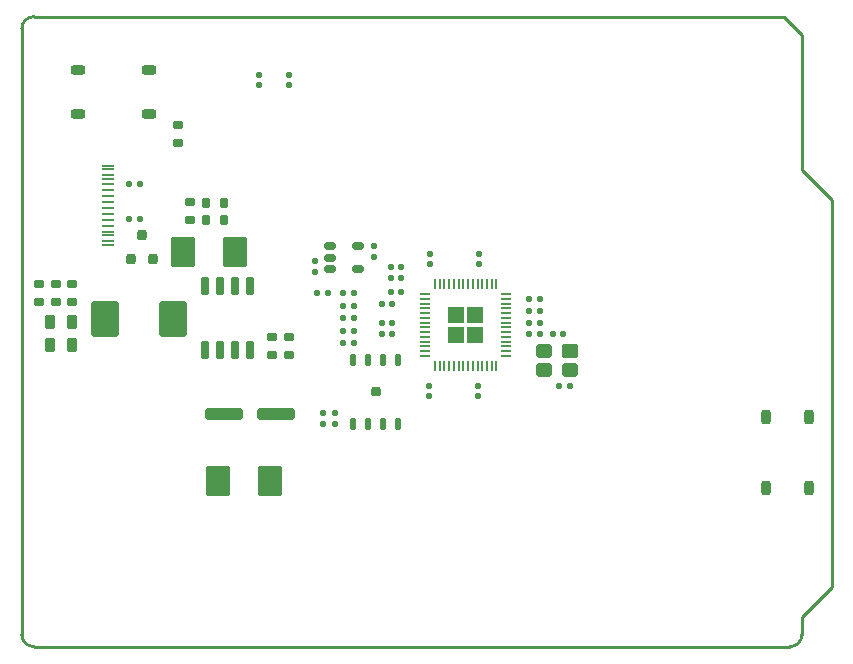
<source format=gtp>
G04*
G04 #@! TF.GenerationSoftware,Altium Limited,Altium Designer,21.1.1 (26)*
G04*
G04 Layer_Color=12040119*
%FSAX44Y44*%
%MOMM*%
G71*
G04*
G04 #@! TF.SameCoordinates,378EE943-C238-4E8C-B66D-7123103E1C21*
G04*
G04*
G04 #@! TF.FilePolarity,Positive*
G04*
G01*
G75*
%ADD17C,0.2540*%
G04:AMPARAMS|DCode=18|XSize=2mm|YSize=2.6mm|CornerRadius=0.2mm|HoleSize=0mm|Usage=FLASHONLY|Rotation=0.000|XOffset=0mm|YOffset=0mm|HoleType=Round|Shape=RoundedRectangle|*
%AMROUNDEDRECTD18*
21,1,2.0000,2.2000,0,0,0.0*
21,1,1.6000,2.6000,0,0,0.0*
1,1,0.4000,0.8000,-1.1000*
1,1,0.4000,-0.8000,-1.1000*
1,1,0.4000,-0.8000,1.1000*
1,1,0.4000,0.8000,1.1000*
%
%ADD18ROUNDEDRECTD18*%
G04:AMPARAMS|DCode=19|XSize=0.25mm|YSize=1mm|CornerRadius=0.0938mm|HoleSize=0mm|Usage=FLASHONLY|Rotation=270.000|XOffset=0mm|YOffset=0mm|HoleType=Round|Shape=RoundedRectangle|*
%AMROUNDEDRECTD19*
21,1,0.2500,0.8125,0,0,270.0*
21,1,0.0625,1.0000,0,0,270.0*
1,1,0.1875,-0.4063,-0.0313*
1,1,0.1875,-0.4063,0.0313*
1,1,0.1875,0.4063,0.0313*
1,1,0.1875,0.4063,-0.0313*
%
%ADD19ROUNDEDRECTD19*%
G04:AMPARAMS|DCode=20|XSize=0.8mm|YSize=0.9mm|CornerRadius=0.2mm|HoleSize=0mm|Usage=FLASHONLY|Rotation=0.000|XOffset=0mm|YOffset=0mm|HoleType=Round|Shape=RoundedRectangle|*
%AMROUNDEDRECTD20*
21,1,0.8000,0.5000,0,0,0.0*
21,1,0.4000,0.9000,0,0,0.0*
1,1,0.4000,0.2000,-0.2500*
1,1,0.4000,-0.2000,-0.2500*
1,1,0.4000,-0.2000,0.2500*
1,1,0.4000,0.2000,0.2500*
%
%ADD20ROUNDEDRECTD20*%
G04:AMPARAMS|DCode=21|XSize=0.75mm|YSize=0.8mm|CornerRadius=0.1875mm|HoleSize=0mm|Usage=FLASHONLY|Rotation=90.000|XOffset=0mm|YOffset=0mm|HoleType=Round|Shape=RoundedRectangle|*
%AMROUNDEDRECTD21*
21,1,0.7500,0.4250,0,0,90.0*
21,1,0.3750,0.8000,0,0,90.0*
1,1,0.3750,0.2125,0.1875*
1,1,0.3750,0.2125,-0.1875*
1,1,0.3750,-0.2125,-0.1875*
1,1,0.3750,-0.2125,0.1875*
%
%ADD21ROUNDEDRECTD21*%
G04:AMPARAMS|DCode=22|XSize=0.75mm|YSize=0.8mm|CornerRadius=0.1875mm|HoleSize=0mm|Usage=FLASHONLY|Rotation=180.000|XOffset=0mm|YOffset=0mm|HoleType=Round|Shape=RoundedRectangle|*
%AMROUNDEDRECTD22*
21,1,0.7500,0.4250,0,0,180.0*
21,1,0.3750,0.8000,0,0,180.0*
1,1,0.3750,-0.1875,0.2125*
1,1,0.3750,0.1875,0.2125*
1,1,0.3750,0.1875,-0.2125*
1,1,0.3750,-0.1875,-0.2125*
%
%ADD22ROUNDEDRECTD22*%
G04:AMPARAMS|DCode=23|XSize=3.05mm|YSize=2.4mm|CornerRadius=0.3mm|HoleSize=0mm|Usage=FLASHONLY|Rotation=270.000|XOffset=0mm|YOffset=0mm|HoleType=Round|Shape=RoundedRectangle|*
%AMROUNDEDRECTD23*
21,1,3.0500,1.8000,0,0,270.0*
21,1,2.4500,2.4000,0,0,270.0*
1,1,0.6000,-0.9000,-1.2250*
1,1,0.6000,-0.9000,1.2250*
1,1,0.6000,0.9000,1.2250*
1,1,0.6000,0.9000,-1.2250*
%
%ADD23ROUNDEDRECTD23*%
G04:AMPARAMS|DCode=24|XSize=1.6mm|YSize=0.6mm|CornerRadius=0.15mm|HoleSize=0mm|Usage=FLASHONLY|Rotation=90.000|XOffset=0mm|YOffset=0mm|HoleType=Round|Shape=RoundedRectangle|*
%AMROUNDEDRECTD24*
21,1,1.6000,0.3000,0,0,90.0*
21,1,1.3000,0.6000,0,0,90.0*
1,1,0.3000,0.1500,0.6500*
1,1,0.3000,0.1500,-0.6500*
1,1,0.3000,-0.1500,-0.6500*
1,1,0.3000,-0.1500,0.6500*
%
%ADD24ROUNDEDRECTD24*%
G04:AMPARAMS|DCode=25|XSize=0.85mm|YSize=1.25mm|CornerRadius=0.17mm|HoleSize=0mm|Usage=FLASHONLY|Rotation=0.000|XOffset=0mm|YOffset=0mm|HoleType=Round|Shape=RoundedRectangle|*
%AMROUNDEDRECTD25*
21,1,0.8500,0.9100,0,0,0.0*
21,1,0.5100,1.2500,0,0,0.0*
1,1,0.3400,0.2550,-0.4550*
1,1,0.3400,-0.2550,-0.4550*
1,1,0.3400,-0.2550,0.4550*
1,1,0.3400,0.2550,0.4550*
%
%ADD25ROUNDEDRECTD25*%
G04:AMPARAMS|DCode=26|XSize=3.2mm|YSize=1mm|CornerRadius=0.25mm|HoleSize=0mm|Usage=FLASHONLY|Rotation=0.000|XOffset=0mm|YOffset=0mm|HoleType=Round|Shape=RoundedRectangle|*
%AMROUNDEDRECTD26*
21,1,3.2000,0.5000,0,0,0.0*
21,1,2.7000,1.0000,0,0,0.0*
1,1,0.5000,1.3500,-0.2500*
1,1,0.5000,-1.3500,-0.2500*
1,1,0.5000,-1.3500,0.2500*
1,1,0.5000,1.3500,0.2500*
%
%ADD26ROUNDEDRECTD26*%
G04:AMPARAMS|DCode=27|XSize=0.5mm|YSize=0.5mm|CornerRadius=0.125mm|HoleSize=0mm|Usage=FLASHONLY|Rotation=90.000|XOffset=0mm|YOffset=0mm|HoleType=Round|Shape=RoundedRectangle|*
%AMROUNDEDRECTD27*
21,1,0.5000,0.2500,0,0,90.0*
21,1,0.2500,0.5000,0,0,90.0*
1,1,0.2500,0.1250,0.1250*
1,1,0.2500,0.1250,-0.1250*
1,1,0.2500,-0.1250,-0.1250*
1,1,0.2500,-0.1250,0.1250*
%
%ADD27ROUNDEDRECTD27*%
G04:AMPARAMS|DCode=28|XSize=0.6mm|YSize=1mm|CornerRadius=0.15mm|HoleSize=0mm|Usage=FLASHONLY|Rotation=90.000|XOffset=0mm|YOffset=0mm|HoleType=Round|Shape=RoundedRectangle|*
%AMROUNDEDRECTD28*
21,1,0.6000,0.7000,0,0,90.0*
21,1,0.3000,1.0000,0,0,90.0*
1,1,0.3000,0.3500,0.1500*
1,1,0.3000,0.3500,-0.1500*
1,1,0.3000,-0.3500,-0.1500*
1,1,0.3000,-0.3500,0.1500*
%
%ADD28ROUNDEDRECTD28*%
G04:AMPARAMS|DCode=29|XSize=0.5mm|YSize=0.5mm|CornerRadius=0.125mm|HoleSize=0mm|Usage=FLASHONLY|Rotation=180.000|XOffset=0mm|YOffset=0mm|HoleType=Round|Shape=RoundedRectangle|*
%AMROUNDEDRECTD29*
21,1,0.5000,0.2500,0,0,180.0*
21,1,0.2500,0.5000,0,0,180.0*
1,1,0.2500,-0.1250,0.1250*
1,1,0.2500,0.1250,0.1250*
1,1,0.2500,0.1250,-0.1250*
1,1,0.2500,-0.1250,-0.1250*
%
%ADD29ROUNDEDRECTD29*%
G04:AMPARAMS|DCode=30|XSize=0.45mm|YSize=0.5mm|CornerRadius=0.1125mm|HoleSize=0mm|Usage=FLASHONLY|Rotation=270.000|XOffset=0mm|YOffset=0mm|HoleType=Round|Shape=RoundedRectangle|*
%AMROUNDEDRECTD30*
21,1,0.4500,0.2750,0,0,270.0*
21,1,0.2250,0.5000,0,0,270.0*
1,1,0.2250,-0.1375,-0.1125*
1,1,0.2250,-0.1375,0.1125*
1,1,0.2250,0.1375,0.1125*
1,1,0.2250,0.1375,-0.1125*
%
%ADD30ROUNDEDRECTD30*%
G04:AMPARAMS|DCode=31|XSize=0.45mm|YSize=0.5mm|CornerRadius=0.1125mm|HoleSize=0mm|Usage=FLASHONLY|Rotation=0.000|XOffset=0mm|YOffset=0mm|HoleType=Round|Shape=RoundedRectangle|*
%AMROUNDEDRECTD31*
21,1,0.4500,0.2750,0,0,0.0*
21,1,0.2250,0.5000,0,0,0.0*
1,1,0.2250,0.1125,-0.1375*
1,1,0.2250,-0.1125,-0.1375*
1,1,0.2250,-0.1125,0.1375*
1,1,0.2250,0.1125,0.1375*
%
%ADD31ROUNDEDRECTD31*%
G04:AMPARAMS|DCode=32|XSize=0.2mm|YSize=0.8mm|CornerRadius=0.075mm|HoleSize=0mm|Usage=FLASHONLY|Rotation=90.000|XOffset=0mm|YOffset=0mm|HoleType=Round|Shape=RoundedRectangle|*
%AMROUNDEDRECTD32*
21,1,0.2000,0.6500,0,0,90.0*
21,1,0.0500,0.8000,0,0,90.0*
1,1,0.1500,0.3250,0.0250*
1,1,0.1500,0.3250,-0.0250*
1,1,0.1500,-0.3250,-0.0250*
1,1,0.1500,-0.3250,0.0250*
%
%ADD32ROUNDEDRECTD32*%
G04:AMPARAMS|DCode=33|XSize=0.8mm|YSize=0.2mm|CornerRadius=0.075mm|HoleSize=0mm|Usage=FLASHONLY|Rotation=90.000|XOffset=0mm|YOffset=0mm|HoleType=Round|Shape=RoundedRectangle|*
%AMROUNDEDRECTD33*
21,1,0.8000,0.0500,0,0,90.0*
21,1,0.6500,0.2000,0,0,90.0*
1,1,0.1500,0.0250,0.3250*
1,1,0.1500,0.0250,-0.3250*
1,1,0.1500,-0.0250,-0.3250*
1,1,0.1500,-0.0250,0.3250*
%
%ADD33ROUNDEDRECTD33*%
G04:AMPARAMS|DCode=34|XSize=1.4mm|YSize=1.15mm|CornerRadius=0.2875mm|HoleSize=0mm|Usage=FLASHONLY|Rotation=180.000|XOffset=0mm|YOffset=0mm|HoleType=Round|Shape=RoundedRectangle|*
%AMROUNDEDRECTD34*
21,1,1.4000,0.5750,0,0,180.0*
21,1,0.8250,1.1500,0,0,180.0*
1,1,0.5750,-0.4125,0.2875*
1,1,0.5750,0.4125,0.2875*
1,1,0.5750,0.4125,-0.2875*
1,1,0.5750,-0.4125,-0.2875*
%
%ADD34ROUNDEDRECTD34*%
G04:AMPARAMS|DCode=35|XSize=1.4mm|YSize=1.15mm|CornerRadius=0.115mm|HoleSize=0mm|Usage=FLASHONLY|Rotation=180.000|XOffset=0mm|YOffset=0mm|HoleType=Round|Shape=RoundedRectangle|*
%AMROUNDEDRECTD35*
21,1,1.4000,0.9200,0,0,180.0*
21,1,1.1700,1.1500,0,0,180.0*
1,1,0.2300,-0.5850,0.4600*
1,1,0.2300,0.5850,0.4600*
1,1,0.2300,0.5850,-0.4600*
1,1,0.2300,-0.5850,-0.4600*
%
%ADD35ROUNDEDRECTD35*%
G04:AMPARAMS|DCode=36|XSize=1mm|YSize=0.5mm|CornerRadius=0.125mm|HoleSize=0mm|Usage=FLASHONLY|Rotation=90.000|XOffset=0mm|YOffset=0mm|HoleType=Round|Shape=RoundedRectangle|*
%AMROUNDEDRECTD36*
21,1,1.0000,0.2500,0,0,90.0*
21,1,0.7500,0.5000,0,0,90.0*
1,1,0.2500,0.1250,0.3750*
1,1,0.2500,0.1250,-0.3750*
1,1,0.2500,-0.1250,-0.3750*
1,1,0.2500,-0.1250,0.3750*
%
%ADD36ROUNDEDRECTD36*%
G04:AMPARAMS|DCode=37|XSize=0.8mm|YSize=1.2mm|CornerRadius=0.2mm|HoleSize=0mm|Usage=FLASHONLY|Rotation=0.000|XOffset=0mm|YOffset=0mm|HoleType=Round|Shape=RoundedRectangle|*
%AMROUNDEDRECTD37*
21,1,0.8000,0.8000,0,0,0.0*
21,1,0.4000,1.2000,0,0,0.0*
1,1,0.4000,0.2000,-0.4000*
1,1,0.4000,-0.2000,-0.4000*
1,1,0.4000,-0.2000,0.4000*
1,1,0.4000,0.2000,0.4000*
%
%ADD37ROUNDEDRECTD37*%
G04:AMPARAMS|DCode=38|XSize=0.8mm|YSize=1.2mm|CornerRadius=0.2mm|HoleSize=0mm|Usage=FLASHONLY|Rotation=270.000|XOffset=0mm|YOffset=0mm|HoleType=Round|Shape=RoundedRectangle|*
%AMROUNDEDRECTD38*
21,1,0.8000,0.8000,0,0,270.0*
21,1,0.4000,1.2000,0,0,270.0*
1,1,0.4000,-0.4000,-0.2000*
1,1,0.4000,-0.4000,0.2000*
1,1,0.4000,0.4000,0.2000*
1,1,0.4000,0.4000,-0.2000*
%
%ADD38ROUNDEDRECTD38*%
G36*
X00391000Y00274000D02*
X00377500D01*
Y00287500D01*
X00391000D01*
Y00274000D01*
D02*
G37*
G36*
X00374500D02*
X00361000D01*
Y00287500D01*
X00374500D01*
Y00274000D01*
D02*
G37*
G36*
X00391000Y00257500D02*
X00377500D01*
Y00271000D01*
X00391000D01*
Y00257500D01*
D02*
G37*
G36*
X00374500D02*
X00361000D01*
Y00271000D01*
X00374500D01*
Y00257500D01*
D02*
G37*
G36*
X00303133Y00219695D02*
X00303696Y00219133D01*
X00304000Y00218398D01*
Y00218000D01*
Y00214000D01*
Y00213602D01*
X00303696Y00212867D01*
X00303133Y00212304D01*
X00302398Y00212000D01*
X00297602D01*
X00296867Y00212304D01*
X00296304Y00212867D01*
X00296000Y00213602D01*
Y00214000D01*
Y00218000D01*
Y00218398D01*
X00296304Y00219133D01*
X00296867Y00219695D01*
X00297602Y00220000D01*
X00302398D01*
X00303133Y00219695D01*
D02*
G37*
D17*
X00000173Y00010333D02*
G03*
X00010333Y00000173I00010160J00000000D01*
G01*
Y00533573D02*
G03*
X00000173Y00523667I-00000127J-00010033D01*
G01*
X00650667Y00000173D02*
G03*
X00660573Y00010333I-00000127J00010033D01*
G01*
X00010333Y00000173D02*
X00650667D01*
X00000173Y00010333D02*
Y00523667D01*
X00010333Y00533573D02*
X00645333D01*
X00660573Y00010333D02*
Y00025573D01*
X00685973Y00050973D01*
Y00378633D01*
X00660573Y00404033D02*
X00685973Y00378633D01*
X00660573Y00404033D02*
Y00518333D01*
X00645333Y00533573D02*
X00660573Y00518333D01*
D18*
X00136500Y00334500D02*
D03*
X00180500D02*
D03*
X00210000Y00140500D02*
D03*
X00166000D02*
D03*
D19*
X00073000Y00407499D02*
D03*
Y00399499D02*
D03*
Y00386499D02*
D03*
Y00376499D02*
D03*
Y00371499D02*
D03*
X00073000Y00361499D02*
D03*
Y00348499D02*
D03*
Y00340499D02*
D03*
X00073000Y00351499D02*
D03*
Y00356499D02*
D03*
X00073000Y00366499D02*
D03*
X00073000Y00381499D02*
D03*
Y00391499D02*
D03*
X00073000Y00396499D02*
D03*
X00073000Y00404499D02*
D03*
X00073000Y00343499D02*
D03*
D20*
X00102000Y00349000D02*
D03*
X00111500Y00328000D02*
D03*
X00092500Y00328000D02*
D03*
D21*
X00142500Y00361500D02*
D03*
Y00376500D02*
D03*
X00029000Y00292000D02*
D03*
Y00307000D02*
D03*
X00043000D02*
D03*
Y00292000D02*
D03*
X00212000Y00262000D02*
D03*
Y00247000D02*
D03*
X00226000Y00262000D02*
D03*
Y00247000D02*
D03*
X00015000Y00307000D02*
D03*
Y00292000D02*
D03*
X00132000Y00441500D02*
D03*
X00132000Y00426500D02*
D03*
D22*
X00156500Y00375500D02*
D03*
X00171500D02*
D03*
Y00361500D02*
D03*
X00156500D02*
D03*
D23*
X00127750Y00278000D02*
D03*
X00070250D02*
D03*
D24*
X00155450Y00251500D02*
D03*
X00168150D02*
D03*
X00180850D02*
D03*
X00193550D02*
D03*
Y00305500D02*
D03*
X00180850D02*
D03*
X00168150D02*
D03*
X00155450D02*
D03*
D25*
X00024000Y00275000D02*
D03*
X00043000D02*
D03*
X00024000Y00256000D02*
D03*
X00043000D02*
D03*
D26*
X00215500Y00197000D02*
D03*
X00171500D02*
D03*
D27*
X00248000Y00326500D02*
D03*
Y00317500D02*
D03*
X00298500Y00339000D02*
D03*
Y00330000D02*
D03*
X00386000Y00212000D02*
D03*
Y00221000D02*
D03*
X00387500Y00333000D02*
D03*
Y00324000D02*
D03*
X00346000Y00333000D02*
D03*
Y00324000D02*
D03*
X00344500Y00212000D02*
D03*
Y00221000D02*
D03*
X00255000Y00198000D02*
D03*
Y00189000D02*
D03*
X00265000Y00198000D02*
D03*
Y00189000D02*
D03*
D28*
X00261000Y00329500D02*
D03*
Y00339000D02*
D03*
X00285000Y00320000D02*
D03*
X00261000D02*
D03*
X00285000Y00339000D02*
D03*
D29*
X00100000Y00392000D02*
D03*
X00091000D02*
D03*
X00100000Y00362000D02*
D03*
X00091000D02*
D03*
X00272000Y00278500D02*
D03*
X00281000D02*
D03*
X00272000Y00267500D02*
D03*
X00281000D02*
D03*
X00281000Y00289000D02*
D03*
X00272000D02*
D03*
X00458500Y00264500D02*
D03*
X00449500D02*
D03*
X00438500Y00274500D02*
D03*
X00429500D02*
D03*
X00438500Y00264500D02*
D03*
X00429500D02*
D03*
Y00294500D02*
D03*
X00438500D02*
D03*
X00438500Y00284500D02*
D03*
X00429500D02*
D03*
X00464000Y00221000D02*
D03*
X00455000D02*
D03*
X00312500Y00312000D02*
D03*
X00321500D02*
D03*
X00305000Y00290500D02*
D03*
X00314000D02*
D03*
X00312500Y00300500D02*
D03*
X00321500D02*
D03*
X00305000Y00274500D02*
D03*
X00314000D02*
D03*
X00305000Y00264500D02*
D03*
X00314000D02*
D03*
X00321500Y00322000D02*
D03*
X00312500D02*
D03*
X00272000Y00257500D02*
D03*
X00281000D02*
D03*
D30*
X00201000Y00484500D02*
D03*
Y00475500D02*
D03*
X00226500Y00484500D02*
D03*
Y00475500D02*
D03*
D31*
X00250000Y00300000D02*
D03*
X00259000D02*
D03*
X00272000D02*
D03*
X00281000D02*
D03*
D32*
X00410350Y00246500D02*
D03*
Y00250500D02*
D03*
Y00254500D02*
D03*
Y00258500D02*
D03*
Y00262500D02*
D03*
Y00266500D02*
D03*
Y00270500D02*
D03*
Y00274500D02*
D03*
Y00278500D02*
D03*
Y00282500D02*
D03*
Y00286500D02*
D03*
Y00290500D02*
D03*
Y00294500D02*
D03*
Y00298500D02*
D03*
X00341650D02*
D03*
Y00294500D02*
D03*
Y00290500D02*
D03*
Y00286500D02*
D03*
Y00282500D02*
D03*
Y00278500D02*
D03*
Y00274500D02*
D03*
Y00270500D02*
D03*
Y00266500D02*
D03*
Y00262500D02*
D03*
Y00258500D02*
D03*
Y00254500D02*
D03*
Y00250500D02*
D03*
Y00246500D02*
D03*
D33*
X00350000Y00238150D02*
D03*
X00354000D02*
D03*
X00358000D02*
D03*
X00362000D02*
D03*
X00366000D02*
D03*
X00370000D02*
D03*
X00374000D02*
D03*
X00378000D02*
D03*
X00382000D02*
D03*
X00386000D02*
D03*
X00390000D02*
D03*
X00394000D02*
D03*
X00398000D02*
D03*
X00402000D02*
D03*
Y00306850D02*
D03*
X00398000D02*
D03*
X00394000D02*
D03*
X00390000D02*
D03*
X00386000D02*
D03*
X00382000D02*
D03*
X00378000D02*
D03*
X00374000D02*
D03*
X00370000D02*
D03*
X00366000D02*
D03*
X00362000D02*
D03*
X00358000D02*
D03*
X00354000D02*
D03*
X00350000D02*
D03*
D34*
X00442000Y00250500D02*
D03*
Y00234500D02*
D03*
X00464000D02*
D03*
D35*
Y00250500D02*
D03*
D36*
X00319050Y00243000D02*
D03*
X00280950D02*
D03*
X00293650D02*
D03*
X00306350D02*
D03*
X00319050Y00189000D02*
D03*
X00293650D02*
D03*
X00280950D02*
D03*
X00306350D02*
D03*
D37*
X00630000Y00134893D02*
D03*
Y00194893D02*
D03*
X00667000Y00134893D02*
D03*
Y00194893D02*
D03*
D38*
X00047893Y00488000D02*
D03*
X00107893D02*
D03*
X00047893Y00451000D02*
D03*
X00107893D02*
D03*
M02*

</source>
